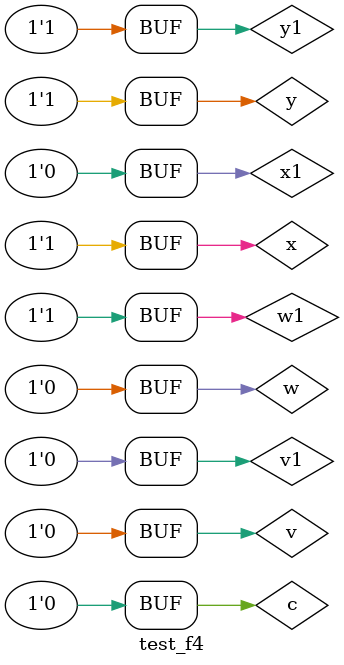
<source format=v>

module f4 (
output s1,
output s2, 
output s3,
output s4, 
output s5,
output s6,
output s7, 
output s8,
output s9, 
output s10,
output s11,
output s12,
output sF1,
output sF2,
output sF3,
input a, 
input b,
input c, 
input d,

input a1, 
input b1,
input c1,
input d1,
input chave
); 

xor XOR1 (s1, a, a1);
xor XOR2 (s2, b, b1);
xor XOR3 (s3, c, c1);
xor XOR4 (s4, d, d1);

and and1 (s5, a, s1);
and and2 (s6, b, s2);
and and3 (s7, c, s3);
and and4 (s8, d, s4);

or OR1 (sF1, s1,s2,s3,s4);

and and5 (s9, ~s1, s6);
and and6 (s10, ~s1, ~s2,s7);
and and6 (s11,~s3, ~s1, ~s2,s8);

or OR2 (sF2, s9,s10,s11,s5);

xnor xnor1 (s12,sF2,chave);
and (sF3,s12, sF1);



endmodule // f4 
module test_f4; 
// ------------------------- definir dados 
reg v; 
reg w; 
reg x; 
reg y;
reg v1; 
reg w1; 
reg x1; 
reg y1;
reg c; 
wire z1;
wire z2;
wire z3;
wire z4;
wire z5;
wire z6;
wire z7;
wire z8;
wire z9;
wire z10;
wire z11;
wire z12;
wire zF1;
wire zF2;
wire zF3;
f4 modulo (z1,z2,z3,z4,z5,z6,z7,z8,z9,z10,z11,z12,zF1,zF2,zF3, v,w,x, y,v1,w1,x1, y1, c); 
// ------------------------- parte principal 
initial begin 
$display("Exemplo0037 - Lucas Siqueira Chagas - 380783"); 
$display("Test LU's module"); 
$display("( v | w | x | y | v1 | w1 | x1 | y1 | | Chave )     =    S "); 
#1 v=0; w=0; x=0; y=0; v1=0; w1=0; x1=0; y1=0; c=0;
$monitor("(%b | %b | %b | %b | %b | %b | %b | %b | | %b)     =    %b ", v,w,x,y,v1,w1,x1,y1,c,zF3);
#1 v=1; w=0; x=1; y=0; v1=0; w1=1; x1=0; y1=0; c=1;
#1 v=1; w=0; x=1; y=0; v1=0; w1=1; x1=0; y1=0; c=1;
#1 v=1; w=0; x=1; y=1; v1=0; w1=1; x1=1; y1=0; c=1;
#1 v=0; w=0; x=1; y=0; v1=0; w1=1; x1=0; y1=0; c=1;
#1 v=0; w=1; x=1; y=0; v1=1; w1=1; x1=1; y1=0; c=1;
#1 v=0; w=0; x=1; y=1; v1=0; w1=1; x1=0; y1=1; c=1;

#1 v=1; w=0; x=1; y=0; v1=0; w1=1; x1=0; y1=0; c=0;
#1 v=1; w=0; x=1; y=0; v1=0; w1=1; x1=0; y1=0; c=0;
#1 v=1; w=0; x=1; y=1; v1=0; w1=1; x1=1; y1=0; c=0;
#1 v=0; w=0; x=1; y=0; v1=0; w1=1; x1=0; y1=0; c=0;
#1 v=0; w=1; x=1; y=0; v1=1; w1=1; x1=1; y1=0; c=0;
#1 v=0; w=0; x=1; y=1; v1=0; w1=1; x1=0; y1=1; c=0;
end 
endmodule // test_f4 
</source>
